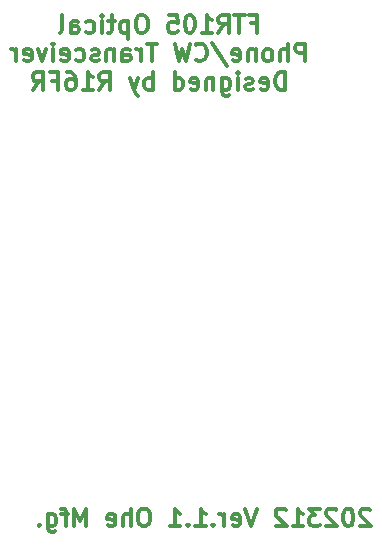
<source format=gbo>
G04 #@! TF.GenerationSoftware,KiCad,Pcbnew,(6.0.4)*
G04 #@! TF.CreationDate,2023-12-01T10:37:55+09:00*
G04 #@! TF.ProjectId,ftr105,66747231-3035-42e6-9b69-6361645f7063,Ver.1.1*
G04 #@! TF.SameCoordinates,PX55d4a80PY5f5e100*
G04 #@! TF.FileFunction,Legend,Bot*
G04 #@! TF.FilePolarity,Positive*
%FSLAX46Y46*%
G04 Gerber Fmt 4.6, Leading zero omitted, Abs format (unit mm)*
G04 Created by KiCad (PCBNEW (6.0.4)) date 2023-12-01 10:37:55*
%MOMM*%
%LPD*%
G01*
G04 APERTURE LIST*
%ADD10C,0.300000*%
G04 APERTURE END LIST*
D10*
X27005714Y44102143D02*
X27505714Y44102143D01*
X27505714Y43316429D02*
X27505714Y44816429D01*
X26791428Y44816429D01*
X26434285Y44816429D02*
X25577142Y44816429D01*
X26005714Y43316429D02*
X26005714Y44816429D01*
X24220000Y43316429D02*
X24720000Y44030715D01*
X25077142Y43316429D02*
X25077142Y44816429D01*
X24505714Y44816429D01*
X24362857Y44745000D01*
X24291428Y44673572D01*
X24220000Y44530715D01*
X24220000Y44316429D01*
X24291428Y44173572D01*
X24362857Y44102143D01*
X24505714Y44030715D01*
X25077142Y44030715D01*
X22791428Y43316429D02*
X23648571Y43316429D01*
X23220000Y43316429D02*
X23220000Y44816429D01*
X23362857Y44602143D01*
X23505714Y44459286D01*
X23648571Y44387858D01*
X21862857Y44816429D02*
X21720000Y44816429D01*
X21577142Y44745000D01*
X21505714Y44673572D01*
X21434285Y44530715D01*
X21362857Y44245000D01*
X21362857Y43887858D01*
X21434285Y43602143D01*
X21505714Y43459286D01*
X21577142Y43387858D01*
X21720000Y43316429D01*
X21862857Y43316429D01*
X22005714Y43387858D01*
X22077142Y43459286D01*
X22148571Y43602143D01*
X22220000Y43887858D01*
X22220000Y44245000D01*
X22148571Y44530715D01*
X22077142Y44673572D01*
X22005714Y44745000D01*
X21862857Y44816429D01*
X20005714Y44816429D02*
X20720000Y44816429D01*
X20791428Y44102143D01*
X20720000Y44173572D01*
X20577142Y44245000D01*
X20220000Y44245000D01*
X20077142Y44173572D01*
X20005714Y44102143D01*
X19934285Y43959286D01*
X19934285Y43602143D01*
X20005714Y43459286D01*
X20077142Y43387858D01*
X20220000Y43316429D01*
X20577142Y43316429D01*
X20720000Y43387858D01*
X20791428Y43459286D01*
X17862857Y44816429D02*
X17577142Y44816429D01*
X17434285Y44745000D01*
X17291428Y44602143D01*
X17220000Y44316429D01*
X17220000Y43816429D01*
X17291428Y43530715D01*
X17434285Y43387858D01*
X17577142Y43316429D01*
X17862857Y43316429D01*
X18005714Y43387858D01*
X18148571Y43530715D01*
X18220000Y43816429D01*
X18220000Y44316429D01*
X18148571Y44602143D01*
X18005714Y44745000D01*
X17862857Y44816429D01*
X16577142Y44316429D02*
X16577142Y42816429D01*
X16577142Y44245000D02*
X16434285Y44316429D01*
X16148571Y44316429D01*
X16005714Y44245000D01*
X15934285Y44173572D01*
X15862857Y44030715D01*
X15862857Y43602143D01*
X15934285Y43459286D01*
X16005714Y43387858D01*
X16148571Y43316429D01*
X16434285Y43316429D01*
X16577142Y43387858D01*
X15434285Y44316429D02*
X14862857Y44316429D01*
X15220000Y44816429D02*
X15220000Y43530715D01*
X15148571Y43387858D01*
X15005714Y43316429D01*
X14862857Y43316429D01*
X14362857Y43316429D02*
X14362857Y44316429D01*
X14362857Y44816429D02*
X14434285Y44745000D01*
X14362857Y44673572D01*
X14291428Y44745000D01*
X14362857Y44816429D01*
X14362857Y44673572D01*
X13005714Y43387858D02*
X13148571Y43316429D01*
X13434285Y43316429D01*
X13577142Y43387858D01*
X13648571Y43459286D01*
X13720000Y43602143D01*
X13720000Y44030715D01*
X13648571Y44173572D01*
X13577142Y44245000D01*
X13434285Y44316429D01*
X13148571Y44316429D01*
X13005714Y44245000D01*
X11720000Y43316429D02*
X11720000Y44102143D01*
X11791428Y44245000D01*
X11934285Y44316429D01*
X12220000Y44316429D01*
X12362857Y44245000D01*
X11720000Y43387858D02*
X11862857Y43316429D01*
X12220000Y43316429D01*
X12362857Y43387858D01*
X12434285Y43530715D01*
X12434285Y43673572D01*
X12362857Y43816429D01*
X12220000Y43887858D01*
X11862857Y43887858D01*
X11720000Y43959286D01*
X10791428Y43316429D02*
X10934285Y43387858D01*
X11005714Y43530715D01*
X11005714Y44816429D01*
X31577142Y40901429D02*
X31577142Y42401429D01*
X31005714Y42401429D01*
X30862857Y42330000D01*
X30791428Y42258572D01*
X30720000Y42115715D01*
X30720000Y41901429D01*
X30791428Y41758572D01*
X30862857Y41687143D01*
X31005714Y41615715D01*
X31577142Y41615715D01*
X30077142Y40901429D02*
X30077142Y42401429D01*
X29434285Y40901429D02*
X29434285Y41687143D01*
X29505714Y41830000D01*
X29648571Y41901429D01*
X29862857Y41901429D01*
X30005714Y41830000D01*
X30077142Y41758572D01*
X28505714Y40901429D02*
X28648571Y40972858D01*
X28720000Y41044286D01*
X28791428Y41187143D01*
X28791428Y41615715D01*
X28720000Y41758572D01*
X28648571Y41830000D01*
X28505714Y41901429D01*
X28291428Y41901429D01*
X28148571Y41830000D01*
X28077142Y41758572D01*
X28005714Y41615715D01*
X28005714Y41187143D01*
X28077142Y41044286D01*
X28148571Y40972858D01*
X28291428Y40901429D01*
X28505714Y40901429D01*
X27362857Y41901429D02*
X27362857Y40901429D01*
X27362857Y41758572D02*
X27291428Y41830000D01*
X27148571Y41901429D01*
X26934285Y41901429D01*
X26791428Y41830000D01*
X26720000Y41687143D01*
X26720000Y40901429D01*
X25434285Y40972858D02*
X25577142Y40901429D01*
X25862857Y40901429D01*
X26005714Y40972858D01*
X26077142Y41115715D01*
X26077142Y41687143D01*
X26005714Y41830000D01*
X25862857Y41901429D01*
X25577142Y41901429D01*
X25434285Y41830000D01*
X25362857Y41687143D01*
X25362857Y41544286D01*
X26077142Y41401429D01*
X23648571Y42472858D02*
X24934285Y40544286D01*
X22291428Y41044286D02*
X22362857Y40972858D01*
X22577142Y40901429D01*
X22720000Y40901429D01*
X22934285Y40972858D01*
X23077142Y41115715D01*
X23148571Y41258572D01*
X23220000Y41544286D01*
X23220000Y41758572D01*
X23148571Y42044286D01*
X23077142Y42187143D01*
X22934285Y42330000D01*
X22720000Y42401429D01*
X22577142Y42401429D01*
X22362857Y42330000D01*
X22291428Y42258572D01*
X21791428Y42401429D02*
X21434285Y40901429D01*
X21148571Y41972858D01*
X20862857Y40901429D01*
X20505714Y42401429D01*
X19005714Y42401429D02*
X18148571Y42401429D01*
X18577142Y40901429D02*
X18577142Y42401429D01*
X17648571Y40901429D02*
X17648571Y41901429D01*
X17648571Y41615715D02*
X17577142Y41758572D01*
X17505714Y41830000D01*
X17362857Y41901429D01*
X17220000Y41901429D01*
X16077142Y40901429D02*
X16077142Y41687143D01*
X16148571Y41830000D01*
X16291428Y41901429D01*
X16577142Y41901429D01*
X16720000Y41830000D01*
X16077142Y40972858D02*
X16220000Y40901429D01*
X16577142Y40901429D01*
X16720000Y40972858D01*
X16791428Y41115715D01*
X16791428Y41258572D01*
X16720000Y41401429D01*
X16577142Y41472858D01*
X16220000Y41472858D01*
X16077142Y41544286D01*
X15362857Y41901429D02*
X15362857Y40901429D01*
X15362857Y41758572D02*
X15291428Y41830000D01*
X15148571Y41901429D01*
X14934285Y41901429D01*
X14791428Y41830000D01*
X14720000Y41687143D01*
X14720000Y40901429D01*
X14077142Y40972858D02*
X13934285Y40901429D01*
X13648571Y40901429D01*
X13505714Y40972858D01*
X13434285Y41115715D01*
X13434285Y41187143D01*
X13505714Y41330000D01*
X13648571Y41401429D01*
X13862857Y41401429D01*
X14005714Y41472858D01*
X14077142Y41615715D01*
X14077142Y41687143D01*
X14005714Y41830000D01*
X13862857Y41901429D01*
X13648571Y41901429D01*
X13505714Y41830000D01*
X12148571Y40972858D02*
X12291428Y40901429D01*
X12577142Y40901429D01*
X12720000Y40972858D01*
X12791428Y41044286D01*
X12862857Y41187143D01*
X12862857Y41615715D01*
X12791428Y41758572D01*
X12720000Y41830000D01*
X12577142Y41901429D01*
X12291428Y41901429D01*
X12148571Y41830000D01*
X10934285Y40972858D02*
X11077142Y40901429D01*
X11362857Y40901429D01*
X11505714Y40972858D01*
X11577142Y41115715D01*
X11577142Y41687143D01*
X11505714Y41830000D01*
X11362857Y41901429D01*
X11077142Y41901429D01*
X10934285Y41830000D01*
X10862857Y41687143D01*
X10862857Y41544286D01*
X11577142Y41401429D01*
X10220000Y40901429D02*
X10220000Y41901429D01*
X10220000Y42401429D02*
X10291428Y42330000D01*
X10220000Y42258572D01*
X10148571Y42330000D01*
X10220000Y42401429D01*
X10220000Y42258572D01*
X9648571Y41901429D02*
X9291428Y40901429D01*
X8934285Y41901429D01*
X7791428Y40972858D02*
X7934285Y40901429D01*
X8220000Y40901429D01*
X8362857Y40972858D01*
X8434285Y41115715D01*
X8434285Y41687143D01*
X8362857Y41830000D01*
X8220000Y41901429D01*
X7934285Y41901429D01*
X7791428Y41830000D01*
X7720000Y41687143D01*
X7720000Y41544286D01*
X8434285Y41401429D01*
X7077142Y40901429D02*
X7077142Y41901429D01*
X7077142Y41615715D02*
X7005714Y41758572D01*
X6934285Y41830000D01*
X6791428Y41901429D01*
X6648571Y41901429D01*
X29862857Y38486429D02*
X29862857Y39986429D01*
X29505714Y39986429D01*
X29291428Y39915000D01*
X29148571Y39772143D01*
X29077142Y39629286D01*
X29005714Y39343572D01*
X29005714Y39129286D01*
X29077142Y38843572D01*
X29148571Y38700715D01*
X29291428Y38557858D01*
X29505714Y38486429D01*
X29862857Y38486429D01*
X27791428Y38557858D02*
X27934285Y38486429D01*
X28220000Y38486429D01*
X28362857Y38557858D01*
X28434285Y38700715D01*
X28434285Y39272143D01*
X28362857Y39415000D01*
X28220000Y39486429D01*
X27934285Y39486429D01*
X27791428Y39415000D01*
X27720000Y39272143D01*
X27720000Y39129286D01*
X28434285Y38986429D01*
X27148571Y38557858D02*
X27005714Y38486429D01*
X26720000Y38486429D01*
X26577142Y38557858D01*
X26505714Y38700715D01*
X26505714Y38772143D01*
X26577142Y38915000D01*
X26720000Y38986429D01*
X26934285Y38986429D01*
X27077142Y39057858D01*
X27148571Y39200715D01*
X27148571Y39272143D01*
X27077142Y39415000D01*
X26934285Y39486429D01*
X26720000Y39486429D01*
X26577142Y39415000D01*
X25862857Y38486429D02*
X25862857Y39486429D01*
X25862857Y39986429D02*
X25934285Y39915000D01*
X25862857Y39843572D01*
X25791428Y39915000D01*
X25862857Y39986429D01*
X25862857Y39843572D01*
X24505714Y39486429D02*
X24505714Y38272143D01*
X24577142Y38129286D01*
X24648571Y38057858D01*
X24791428Y37986429D01*
X25005714Y37986429D01*
X25148571Y38057858D01*
X24505714Y38557858D02*
X24648571Y38486429D01*
X24934285Y38486429D01*
X25077142Y38557858D01*
X25148571Y38629286D01*
X25220000Y38772143D01*
X25220000Y39200715D01*
X25148571Y39343572D01*
X25077142Y39415000D01*
X24934285Y39486429D01*
X24648571Y39486429D01*
X24505714Y39415000D01*
X23791428Y39486429D02*
X23791428Y38486429D01*
X23791428Y39343572D02*
X23720000Y39415000D01*
X23577142Y39486429D01*
X23362857Y39486429D01*
X23220000Y39415000D01*
X23148571Y39272143D01*
X23148571Y38486429D01*
X21862857Y38557858D02*
X22005714Y38486429D01*
X22291428Y38486429D01*
X22434285Y38557858D01*
X22505714Y38700715D01*
X22505714Y39272143D01*
X22434285Y39415000D01*
X22291428Y39486429D01*
X22005714Y39486429D01*
X21862857Y39415000D01*
X21791428Y39272143D01*
X21791428Y39129286D01*
X22505714Y38986429D01*
X20505714Y38486429D02*
X20505714Y39986429D01*
X20505714Y38557858D02*
X20648571Y38486429D01*
X20934285Y38486429D01*
X21077142Y38557858D01*
X21148571Y38629286D01*
X21220000Y38772143D01*
X21220000Y39200715D01*
X21148571Y39343572D01*
X21077142Y39415000D01*
X20934285Y39486429D01*
X20648571Y39486429D01*
X20505714Y39415000D01*
X18648571Y38486429D02*
X18648571Y39986429D01*
X18648571Y39415000D02*
X18505714Y39486429D01*
X18220000Y39486429D01*
X18077142Y39415000D01*
X18005714Y39343572D01*
X17934285Y39200715D01*
X17934285Y38772143D01*
X18005714Y38629286D01*
X18077142Y38557858D01*
X18220000Y38486429D01*
X18505714Y38486429D01*
X18648571Y38557858D01*
X17434285Y39486429D02*
X17077142Y38486429D01*
X16720000Y39486429D02*
X17077142Y38486429D01*
X17220000Y38129286D01*
X17291428Y38057858D01*
X17434285Y37986429D01*
X14148571Y38486429D02*
X14648571Y39200715D01*
X15005714Y38486429D02*
X15005714Y39986429D01*
X14434285Y39986429D01*
X14291428Y39915000D01*
X14220000Y39843572D01*
X14148571Y39700715D01*
X14148571Y39486429D01*
X14220000Y39343572D01*
X14291428Y39272143D01*
X14434285Y39200715D01*
X15005714Y39200715D01*
X12720000Y38486429D02*
X13577142Y38486429D01*
X13148571Y38486429D02*
X13148571Y39986429D01*
X13291428Y39772143D01*
X13434285Y39629286D01*
X13577142Y39557858D01*
X11434285Y39986429D02*
X11720000Y39986429D01*
X11862857Y39915000D01*
X11934285Y39843572D01*
X12077142Y39629286D01*
X12148571Y39343572D01*
X12148571Y38772143D01*
X12077142Y38629286D01*
X12005714Y38557858D01*
X11862857Y38486429D01*
X11577142Y38486429D01*
X11434285Y38557858D01*
X11362857Y38629286D01*
X11291428Y38772143D01*
X11291428Y39129286D01*
X11362857Y39272143D01*
X11434285Y39343572D01*
X11577142Y39415000D01*
X11862857Y39415000D01*
X12005714Y39343572D01*
X12077142Y39272143D01*
X12148571Y39129286D01*
X10148571Y39272143D02*
X10648571Y39272143D01*
X10648571Y38486429D02*
X10648571Y39986429D01*
X9934285Y39986429D01*
X8505714Y38486429D02*
X9005714Y39200715D01*
X9362857Y38486429D02*
X9362857Y39986429D01*
X8791428Y39986429D01*
X8648571Y39915000D01*
X8577142Y39843572D01*
X8505714Y39700715D01*
X8505714Y39486429D01*
X8577142Y39343572D01*
X8648571Y39272143D01*
X8791428Y39200715D01*
X9362857Y39200715D01*
X37065714Y2888572D02*
X36994285Y2960000D01*
X36851428Y3031429D01*
X36494285Y3031429D01*
X36351428Y2960000D01*
X36280000Y2888572D01*
X36208571Y2745715D01*
X36208571Y2602858D01*
X36280000Y2388572D01*
X37137142Y1531429D01*
X36208571Y1531429D01*
X35280000Y3031429D02*
X35137142Y3031429D01*
X34994285Y2960000D01*
X34922857Y2888572D01*
X34851428Y2745715D01*
X34780000Y2460000D01*
X34780000Y2102858D01*
X34851428Y1817143D01*
X34922857Y1674286D01*
X34994285Y1602858D01*
X35137142Y1531429D01*
X35280000Y1531429D01*
X35422857Y1602858D01*
X35494285Y1674286D01*
X35565714Y1817143D01*
X35637142Y2102858D01*
X35637142Y2460000D01*
X35565714Y2745715D01*
X35494285Y2888572D01*
X35422857Y2960000D01*
X35280000Y3031429D01*
X34208571Y2888572D02*
X34137142Y2960000D01*
X33994285Y3031429D01*
X33637142Y3031429D01*
X33494285Y2960000D01*
X33422857Y2888572D01*
X33351428Y2745715D01*
X33351428Y2602858D01*
X33422857Y2388572D01*
X34280000Y1531429D01*
X33351428Y1531429D01*
X32851428Y3031429D02*
X31922857Y3031429D01*
X32422857Y2460000D01*
X32208571Y2460000D01*
X32065714Y2388572D01*
X31994285Y2317143D01*
X31922857Y2174286D01*
X31922857Y1817143D01*
X31994285Y1674286D01*
X32065714Y1602858D01*
X32208571Y1531429D01*
X32637142Y1531429D01*
X32780000Y1602858D01*
X32851428Y1674286D01*
X30494285Y1531429D02*
X31351428Y1531429D01*
X30922857Y1531429D02*
X30922857Y3031429D01*
X31065714Y2817143D01*
X31208571Y2674286D01*
X31351428Y2602858D01*
X29922857Y2888572D02*
X29851428Y2960000D01*
X29708571Y3031429D01*
X29351428Y3031429D01*
X29208571Y2960000D01*
X29137142Y2888572D01*
X29065714Y2745715D01*
X29065714Y2602858D01*
X29137142Y2388572D01*
X29994285Y1531429D01*
X29065714Y1531429D01*
X27494285Y3031429D02*
X26994285Y1531429D01*
X26494285Y3031429D01*
X25422857Y1602858D02*
X25565714Y1531429D01*
X25851428Y1531429D01*
X25994285Y1602858D01*
X26065714Y1745715D01*
X26065714Y2317143D01*
X25994285Y2460000D01*
X25851428Y2531429D01*
X25565714Y2531429D01*
X25422857Y2460000D01*
X25351428Y2317143D01*
X25351428Y2174286D01*
X26065714Y2031429D01*
X24708571Y1531429D02*
X24708571Y2531429D01*
X24708571Y2245715D02*
X24637142Y2388572D01*
X24565714Y2460000D01*
X24422857Y2531429D01*
X24280000Y2531429D01*
X23780000Y1674286D02*
X23708571Y1602858D01*
X23780000Y1531429D01*
X23851428Y1602858D01*
X23780000Y1674286D01*
X23780000Y1531429D01*
X22280000Y1531429D02*
X23137142Y1531429D01*
X22708571Y1531429D02*
X22708571Y3031429D01*
X22851428Y2817143D01*
X22994285Y2674286D01*
X23137142Y2602858D01*
X21637142Y1674286D02*
X21565714Y1602858D01*
X21637142Y1531429D01*
X21708571Y1602858D01*
X21637142Y1674286D01*
X21637142Y1531429D01*
X20137142Y1531429D02*
X20994285Y1531429D01*
X20565714Y1531429D02*
X20565714Y3031429D01*
X20708571Y2817143D01*
X20851428Y2674286D01*
X20994285Y2602858D01*
X18065714Y3031429D02*
X17780000Y3031429D01*
X17637142Y2960000D01*
X17494285Y2817143D01*
X17422857Y2531429D01*
X17422857Y2031429D01*
X17494285Y1745715D01*
X17637142Y1602858D01*
X17780000Y1531429D01*
X18065714Y1531429D01*
X18208571Y1602858D01*
X18351428Y1745715D01*
X18422857Y2031429D01*
X18422857Y2531429D01*
X18351428Y2817143D01*
X18208571Y2960000D01*
X18065714Y3031429D01*
X16780000Y1531429D02*
X16780000Y3031429D01*
X16137142Y1531429D02*
X16137142Y2317143D01*
X16208571Y2460000D01*
X16351428Y2531429D01*
X16565714Y2531429D01*
X16708571Y2460000D01*
X16780000Y2388572D01*
X14851428Y1602858D02*
X14994285Y1531429D01*
X15280000Y1531429D01*
X15422857Y1602858D01*
X15494285Y1745715D01*
X15494285Y2317143D01*
X15422857Y2460000D01*
X15280000Y2531429D01*
X14994285Y2531429D01*
X14851428Y2460000D01*
X14780000Y2317143D01*
X14780000Y2174286D01*
X15494285Y2031429D01*
X12994285Y1531429D02*
X12994285Y3031429D01*
X12494285Y1960000D01*
X11994285Y3031429D01*
X11994285Y1531429D01*
X11494285Y2531429D02*
X10922857Y2531429D01*
X11280000Y1531429D02*
X11280000Y2817143D01*
X11208571Y2960000D01*
X11065714Y3031429D01*
X10922857Y3031429D01*
X9780000Y2531429D02*
X9780000Y1317143D01*
X9851428Y1174286D01*
X9922857Y1102858D01*
X10065714Y1031429D01*
X10280000Y1031429D01*
X10422857Y1102858D01*
X9780000Y1602858D02*
X9922857Y1531429D01*
X10208571Y1531429D01*
X10351428Y1602858D01*
X10422857Y1674286D01*
X10494285Y1817143D01*
X10494285Y2245715D01*
X10422857Y2388572D01*
X10351428Y2460000D01*
X10208571Y2531429D01*
X9922857Y2531429D01*
X9780000Y2460000D01*
X9065714Y1674286D02*
X8994285Y1602858D01*
X9065714Y1531429D01*
X9137142Y1602858D01*
X9065714Y1674286D01*
X9065714Y1531429D01*
M02*

</source>
